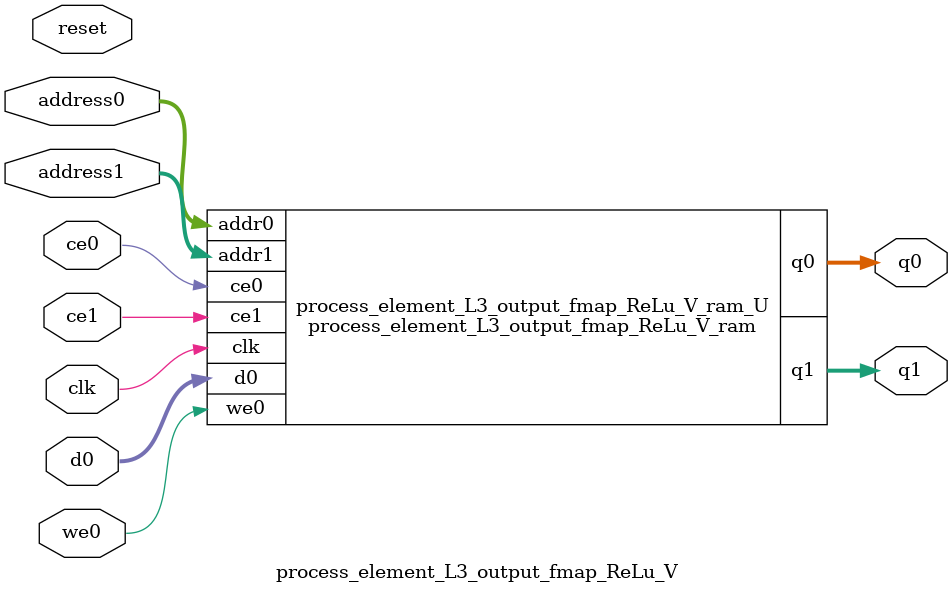
<source format=v>
`timescale 1 ns / 1 ps
module process_element_L3_output_fmap_ReLu_V_ram (addr0, ce0, d0, we0, q0, addr1, ce1, q1,  clk);

parameter DWIDTH = 15;
parameter AWIDTH = 13;
parameter MEM_SIZE = 5408;

input[AWIDTH-1:0] addr0;
input ce0;
input[DWIDTH-1:0] d0;
input we0;
output reg[DWIDTH-1:0] q0;
input[AWIDTH-1:0] addr1;
input ce1;
output reg[DWIDTH-1:0] q1;
input clk;

(* ram_style = "block" *)reg [DWIDTH-1:0] ram[0:MEM_SIZE-1];




always @(posedge clk)  
begin 
    if (ce0) begin
        if (we0) 
            ram[addr0] <= d0; 
        q0 <= ram[addr0];
    end
end


always @(posedge clk)  
begin 
    if (ce1) begin
        q1 <= ram[addr1];
    end
end


endmodule

`timescale 1 ns / 1 ps
module process_element_L3_output_fmap_ReLu_V(
    reset,
    clk,
    address0,
    ce0,
    we0,
    d0,
    q0,
    address1,
    ce1,
    q1);

parameter DataWidth = 32'd15;
parameter AddressRange = 32'd5408;
parameter AddressWidth = 32'd13;
input reset;
input clk;
input[AddressWidth - 1:0] address0;
input ce0;
input we0;
input[DataWidth - 1:0] d0;
output[DataWidth - 1:0] q0;
input[AddressWidth - 1:0] address1;
input ce1;
output[DataWidth - 1:0] q1;



process_element_L3_output_fmap_ReLu_V_ram process_element_L3_output_fmap_ReLu_V_ram_U(
    .clk( clk ),
    .addr0( address0 ),
    .ce0( ce0 ),
    .we0( we0 ),
    .d0( d0 ),
    .q0( q0 ),
    .addr1( address1 ),
    .ce1( ce1 ),
    .q1( q1 ));

endmodule


</source>
